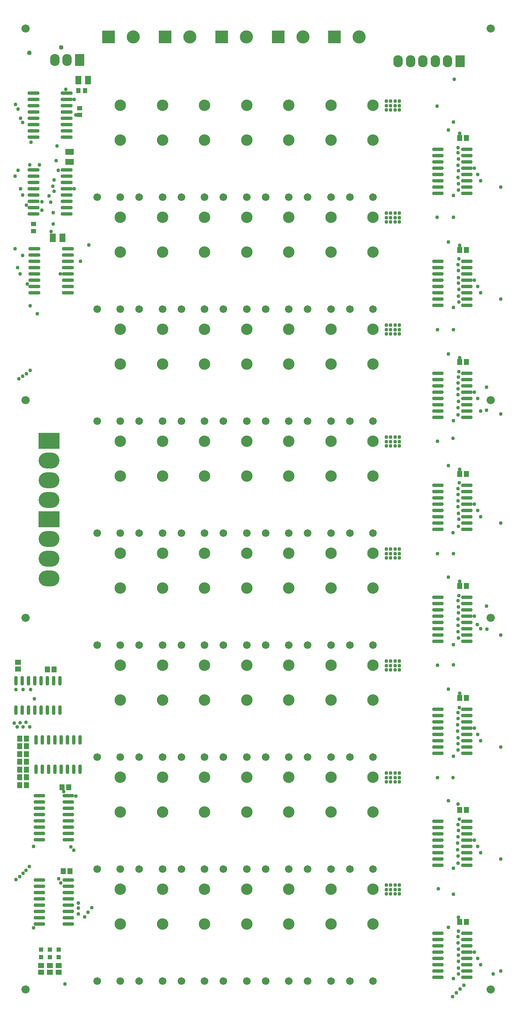
<source format=gts>
G04*
G04 #@! TF.GenerationSoftware,Altium Limited,Altium Designer,20.0.2 (26)*
G04*
G04 Layer_Color=8388736*
%FSLAX25Y25*%
%MOIN*%
G70*
G01*
G75*
%ADD17R,0.03740X0.03740*%
%ADD18R,0.04724X0.04134*%
%ADD19R,0.04134X0.04724*%
%ADD20O,0.02953X0.07669*%
%ADD21R,0.04528X0.06693*%
%ADD22R,0.03740X0.04134*%
%ADD23R,0.04134X0.03740*%
%ADD24O,0.09646X0.02953*%
%ADD25R,0.06693X0.04528*%
%ADD26O,0.09252X0.02953*%
%ADD27R,0.04134X0.04528*%
%ADD28O,0.16591X0.12591*%
%ADD29R,0.16591X0.12591*%
%ADD30C,0.06591*%
%ADD31C,0.06091*%
%ADD32C,0.09091*%
%ADD33O,0.07591X0.09591*%
%ADD34R,0.07591X0.09591*%
%ADD35C,0.10433*%
%ADD36R,0.10433X0.10433*%
%ADD37C,0.02953*%
%ADD38C,0.03740*%
D17*
X12500Y-737953D02*
D03*
Y-732047D02*
D03*
X19500Y-738000D02*
D03*
Y-732094D02*
D03*
X26500Y-737953D02*
D03*
Y-732047D02*
D03*
D18*
Y-750000D02*
D03*
Y-744685D02*
D03*
X19500Y-750157D02*
D03*
Y-744842D02*
D03*
X12500Y-750157D02*
D03*
Y-744842D02*
D03*
X-6000Y-509000D02*
D03*
Y-503685D02*
D03*
D19*
X17343Y-509500D02*
D03*
X22658D02*
D03*
X658Y-564333D02*
D03*
X-4657D02*
D03*
X658Y-570500D02*
D03*
X-4657D02*
D03*
X658Y-576667D02*
D03*
X-4657D02*
D03*
X658Y-582833D02*
D03*
X-4657D02*
D03*
X658Y-589000D02*
D03*
X-4657D02*
D03*
X658Y-595167D02*
D03*
X-4657D02*
D03*
X658Y-601333D02*
D03*
X-4657D02*
D03*
D20*
X-7500Y-541700D02*
D03*
X-2500D02*
D03*
X2500D02*
D03*
X7500D02*
D03*
X12500D02*
D03*
X17500D02*
D03*
X22500D02*
D03*
X27500D02*
D03*
X-7500Y-518300D02*
D03*
X-2500D02*
D03*
X2500D02*
D03*
X7500D02*
D03*
X12500D02*
D03*
X17500D02*
D03*
X22500D02*
D03*
X27500D02*
D03*
X8500Y-588700D02*
D03*
X13500D02*
D03*
X18500D02*
D03*
X23500D02*
D03*
X28500D02*
D03*
X33500D02*
D03*
X38500D02*
D03*
X43500D02*
D03*
X8500Y-565300D02*
D03*
X13500D02*
D03*
X18500D02*
D03*
X23500D02*
D03*
X28500D02*
D03*
X33500D02*
D03*
X38500D02*
D03*
X43500D02*
D03*
D21*
X49874Y-41000D02*
D03*
X42000D02*
D03*
X21626Y-166500D02*
D03*
X29500D02*
D03*
D22*
X47511Y-49500D02*
D03*
X42000D02*
D03*
D23*
X43000Y-63244D02*
D03*
Y-68755D02*
D03*
X6500Y-155500D02*
D03*
Y-161011D02*
D03*
D24*
X7260Y-175008D02*
D03*
Y-180008D02*
D03*
Y-185008D02*
D03*
Y-190008D02*
D03*
Y-195008D02*
D03*
Y-200008D02*
D03*
Y-205008D02*
D03*
Y-210008D02*
D03*
X33638Y-175008D02*
D03*
Y-180008D02*
D03*
Y-185008D02*
D03*
Y-190008D02*
D03*
Y-195008D02*
D03*
Y-200008D02*
D03*
Y-205008D02*
D03*
Y-210008D02*
D03*
X32827Y-86508D02*
D03*
Y-81508D02*
D03*
Y-76508D02*
D03*
Y-71508D02*
D03*
Y-66508D02*
D03*
Y-61508D02*
D03*
Y-56508D02*
D03*
Y-51508D02*
D03*
X6449Y-86508D02*
D03*
Y-81508D02*
D03*
Y-76508D02*
D03*
Y-71508D02*
D03*
Y-66508D02*
D03*
Y-61508D02*
D03*
Y-56508D02*
D03*
Y-51508D02*
D03*
X32827Y-147508D02*
D03*
Y-142508D02*
D03*
Y-137508D02*
D03*
Y-132508D02*
D03*
Y-127508D02*
D03*
Y-122508D02*
D03*
Y-117508D02*
D03*
Y-112508D02*
D03*
X6449Y-147508D02*
D03*
Y-142508D02*
D03*
Y-137508D02*
D03*
Y-132508D02*
D03*
Y-127508D02*
D03*
Y-122508D02*
D03*
Y-117508D02*
D03*
Y-112508D02*
D03*
D25*
X35000Y-98063D02*
D03*
Y-105937D02*
D03*
D26*
X33976Y-644780D02*
D03*
Y-639780D02*
D03*
Y-634780D02*
D03*
Y-629780D02*
D03*
Y-624780D02*
D03*
Y-619780D02*
D03*
Y-614780D02*
D03*
Y-609780D02*
D03*
X11079Y-644780D02*
D03*
Y-639780D02*
D03*
Y-634780D02*
D03*
Y-629780D02*
D03*
Y-624780D02*
D03*
Y-619780D02*
D03*
Y-614780D02*
D03*
Y-609780D02*
D03*
X34087Y-711591D02*
D03*
Y-706591D02*
D03*
Y-701591D02*
D03*
Y-696591D02*
D03*
Y-691591D02*
D03*
Y-686591D02*
D03*
Y-681591D02*
D03*
Y-676591D02*
D03*
X11189Y-711591D02*
D03*
Y-706591D02*
D03*
Y-701591D02*
D03*
Y-696591D02*
D03*
Y-691591D02*
D03*
Y-686591D02*
D03*
Y-681591D02*
D03*
Y-676591D02*
D03*
X351138Y-754008D02*
D03*
Y-749008D02*
D03*
Y-744008D02*
D03*
Y-739008D02*
D03*
Y-734008D02*
D03*
Y-729008D02*
D03*
Y-724008D02*
D03*
Y-719008D02*
D03*
X328240Y-754008D02*
D03*
Y-749008D02*
D03*
Y-744008D02*
D03*
Y-739008D02*
D03*
Y-734008D02*
D03*
Y-729008D02*
D03*
Y-724008D02*
D03*
Y-719008D02*
D03*
X351138Y-665008D02*
D03*
Y-660008D02*
D03*
Y-655008D02*
D03*
Y-650008D02*
D03*
Y-645008D02*
D03*
Y-640008D02*
D03*
Y-635008D02*
D03*
Y-630008D02*
D03*
X328240Y-665008D02*
D03*
Y-660008D02*
D03*
Y-655008D02*
D03*
Y-650008D02*
D03*
Y-645008D02*
D03*
Y-640008D02*
D03*
Y-635008D02*
D03*
Y-630008D02*
D03*
X351138Y-576008D02*
D03*
Y-571008D02*
D03*
Y-566008D02*
D03*
Y-561008D02*
D03*
Y-556008D02*
D03*
Y-551008D02*
D03*
Y-546008D02*
D03*
Y-541008D02*
D03*
X328240Y-576008D02*
D03*
Y-571008D02*
D03*
Y-566008D02*
D03*
Y-561008D02*
D03*
Y-556008D02*
D03*
Y-551008D02*
D03*
Y-546008D02*
D03*
Y-541008D02*
D03*
X351138Y-487008D02*
D03*
Y-482008D02*
D03*
Y-477008D02*
D03*
Y-472008D02*
D03*
Y-467008D02*
D03*
Y-462008D02*
D03*
Y-457008D02*
D03*
Y-452008D02*
D03*
X328240Y-487008D02*
D03*
Y-482008D02*
D03*
Y-477008D02*
D03*
Y-472008D02*
D03*
Y-467008D02*
D03*
Y-462008D02*
D03*
Y-457008D02*
D03*
Y-452008D02*
D03*
X351138Y-398008D02*
D03*
Y-393008D02*
D03*
Y-388008D02*
D03*
Y-383008D02*
D03*
Y-378008D02*
D03*
Y-373008D02*
D03*
Y-368008D02*
D03*
Y-363008D02*
D03*
X328240Y-398008D02*
D03*
Y-393008D02*
D03*
Y-388008D02*
D03*
Y-383008D02*
D03*
Y-378008D02*
D03*
Y-373008D02*
D03*
Y-368008D02*
D03*
Y-363008D02*
D03*
X351138Y-309008D02*
D03*
Y-304008D02*
D03*
Y-299008D02*
D03*
Y-294008D02*
D03*
Y-289008D02*
D03*
Y-284008D02*
D03*
Y-279008D02*
D03*
Y-274008D02*
D03*
X328240Y-309008D02*
D03*
Y-304008D02*
D03*
Y-299008D02*
D03*
Y-294008D02*
D03*
Y-289008D02*
D03*
Y-284008D02*
D03*
Y-279008D02*
D03*
Y-274008D02*
D03*
X351138Y-220008D02*
D03*
Y-215008D02*
D03*
Y-210008D02*
D03*
Y-205008D02*
D03*
Y-200008D02*
D03*
Y-195008D02*
D03*
Y-190008D02*
D03*
Y-185008D02*
D03*
X328240Y-220008D02*
D03*
Y-215008D02*
D03*
Y-210008D02*
D03*
Y-205008D02*
D03*
Y-200008D02*
D03*
Y-195008D02*
D03*
Y-190008D02*
D03*
Y-185008D02*
D03*
X351138Y-131008D02*
D03*
Y-126008D02*
D03*
Y-121008D02*
D03*
Y-116008D02*
D03*
Y-111008D02*
D03*
Y-106008D02*
D03*
Y-101008D02*
D03*
Y-96008D02*
D03*
X328240Y-131008D02*
D03*
Y-126008D02*
D03*
Y-121008D02*
D03*
Y-116008D02*
D03*
Y-111008D02*
D03*
Y-106008D02*
D03*
Y-101008D02*
D03*
Y-96008D02*
D03*
D27*
X34295Y-603008D02*
D03*
X28980D02*
D03*
X35545Y-669758D02*
D03*
X30230D02*
D03*
X350847Y-710008D02*
D03*
X345532D02*
D03*
X350847Y-621008D02*
D03*
X345532D02*
D03*
X350847Y-532008D02*
D03*
X345532D02*
D03*
X350847Y-443008D02*
D03*
X345532D02*
D03*
X350847Y-354008D02*
D03*
X345532D02*
D03*
X350847Y-265008D02*
D03*
X345532D02*
D03*
X350847Y-176008D02*
D03*
X345532D02*
D03*
X350847Y-87008D02*
D03*
X345532D02*
D03*
D28*
X18689Y-436881D02*
D03*
Y-421281D02*
D03*
Y-405681D02*
D03*
Y-343391D02*
D03*
Y-358991D02*
D03*
Y-374591D02*
D03*
D29*
Y-390091D02*
D03*
Y-327800D02*
D03*
D30*
X0Y-0D02*
D03*
X370079Y-468504D02*
D03*
Y-295276D02*
D03*
X0D02*
D03*
Y-468504D02*
D03*
Y-763780D02*
D03*
X370079D02*
D03*
Y0D02*
D03*
D31*
X75441Y-222925D02*
D03*
X56937D02*
D03*
X257937Y-133925D02*
D03*
X276441D02*
D03*
Y-222925D02*
D03*
X257937D02*
D03*
Y-311925D02*
D03*
X276441D02*
D03*
Y-400925D02*
D03*
X257937D02*
D03*
Y-489925D02*
D03*
X276441D02*
D03*
Y-578925D02*
D03*
X257937D02*
D03*
Y-667925D02*
D03*
X276441D02*
D03*
Y-756925D02*
D03*
X257937D02*
D03*
X224437Y-133925D02*
D03*
X242941D02*
D03*
Y-222925D02*
D03*
X224437D02*
D03*
Y-311925D02*
D03*
X242941D02*
D03*
Y-400925D02*
D03*
X224437D02*
D03*
Y-489925D02*
D03*
X242941D02*
D03*
Y-578925D02*
D03*
X224437D02*
D03*
Y-667925D02*
D03*
X242941D02*
D03*
Y-756925D02*
D03*
X224437D02*
D03*
X190937Y-133925D02*
D03*
X209441D02*
D03*
Y-222925D02*
D03*
X190937D02*
D03*
Y-311925D02*
D03*
X209441D02*
D03*
Y-400925D02*
D03*
X190937D02*
D03*
Y-489925D02*
D03*
X209441D02*
D03*
Y-578925D02*
D03*
X190937D02*
D03*
Y-667925D02*
D03*
X209441D02*
D03*
Y-756925D02*
D03*
X190937D02*
D03*
X123937Y-133925D02*
D03*
X142441D02*
D03*
Y-222925D02*
D03*
X123937D02*
D03*
Y-311925D02*
D03*
X142441D02*
D03*
Y-400925D02*
D03*
X123937D02*
D03*
Y-489925D02*
D03*
X142441D02*
D03*
Y-578925D02*
D03*
X123937D02*
D03*
Y-667925D02*
D03*
X142441D02*
D03*
Y-756925D02*
D03*
X123937D02*
D03*
X157437Y-133925D02*
D03*
X175941D02*
D03*
Y-222925D02*
D03*
X157437D02*
D03*
Y-311925D02*
D03*
X175941D02*
D03*
Y-400925D02*
D03*
X157437D02*
D03*
Y-489925D02*
D03*
X175941D02*
D03*
Y-578925D02*
D03*
X157437D02*
D03*
Y-667925D02*
D03*
X175941D02*
D03*
Y-756925D02*
D03*
X157437D02*
D03*
X90437Y-133925D02*
D03*
X108941D02*
D03*
Y-222925D02*
D03*
X90437D02*
D03*
Y-311925D02*
D03*
X108941D02*
D03*
Y-400925D02*
D03*
X90437D02*
D03*
Y-489925D02*
D03*
X108941D02*
D03*
Y-578925D02*
D03*
X90437D02*
D03*
Y-667925D02*
D03*
X108941D02*
D03*
Y-756925D02*
D03*
X90437D02*
D03*
X56937Y-133925D02*
D03*
X75441D02*
D03*
X56937Y-311925D02*
D03*
X75441D02*
D03*
Y-400925D02*
D03*
X56937D02*
D03*
Y-489925D02*
D03*
X75441D02*
D03*
Y-578925D02*
D03*
X56937D02*
D03*
Y-667925D02*
D03*
X75441D02*
D03*
Y-756925D02*
D03*
X56937D02*
D03*
D32*
X75441Y-177650D02*
D03*
Y-150091D02*
D03*
X276441Y-61091D02*
D03*
Y-88650D02*
D03*
Y-177650D02*
D03*
Y-150091D02*
D03*
Y-239091D02*
D03*
Y-266650D02*
D03*
Y-355650D02*
D03*
Y-328091D02*
D03*
Y-417091D02*
D03*
Y-444650D02*
D03*
Y-533650D02*
D03*
Y-506091D02*
D03*
Y-595091D02*
D03*
Y-622650D02*
D03*
Y-711650D02*
D03*
Y-684091D02*
D03*
X242941Y-61091D02*
D03*
Y-88650D02*
D03*
Y-177650D02*
D03*
Y-150091D02*
D03*
Y-239091D02*
D03*
Y-266650D02*
D03*
Y-355650D02*
D03*
Y-328091D02*
D03*
Y-417091D02*
D03*
Y-444650D02*
D03*
Y-533650D02*
D03*
Y-506091D02*
D03*
Y-595091D02*
D03*
Y-622650D02*
D03*
Y-711650D02*
D03*
Y-684091D02*
D03*
X209441Y-61091D02*
D03*
Y-88650D02*
D03*
Y-177650D02*
D03*
Y-150091D02*
D03*
Y-239091D02*
D03*
Y-266650D02*
D03*
Y-355650D02*
D03*
Y-328091D02*
D03*
Y-417091D02*
D03*
Y-444650D02*
D03*
Y-533650D02*
D03*
Y-506091D02*
D03*
Y-595091D02*
D03*
Y-622650D02*
D03*
Y-711650D02*
D03*
Y-684091D02*
D03*
X142441Y-61091D02*
D03*
Y-88650D02*
D03*
Y-177650D02*
D03*
Y-150091D02*
D03*
Y-239091D02*
D03*
Y-266650D02*
D03*
Y-355650D02*
D03*
Y-328091D02*
D03*
Y-417091D02*
D03*
Y-444650D02*
D03*
Y-533650D02*
D03*
Y-506091D02*
D03*
Y-595091D02*
D03*
Y-622650D02*
D03*
Y-711650D02*
D03*
Y-684091D02*
D03*
X175941Y-61091D02*
D03*
Y-88650D02*
D03*
Y-177650D02*
D03*
Y-150091D02*
D03*
Y-239091D02*
D03*
Y-266650D02*
D03*
Y-355650D02*
D03*
Y-328091D02*
D03*
Y-417091D02*
D03*
Y-444650D02*
D03*
Y-533650D02*
D03*
Y-506091D02*
D03*
Y-595091D02*
D03*
Y-622650D02*
D03*
Y-711650D02*
D03*
Y-684091D02*
D03*
X108941Y-61091D02*
D03*
Y-88650D02*
D03*
Y-177650D02*
D03*
Y-150091D02*
D03*
Y-239091D02*
D03*
Y-266650D02*
D03*
Y-355650D02*
D03*
Y-328091D02*
D03*
Y-417091D02*
D03*
Y-444650D02*
D03*
Y-533650D02*
D03*
Y-506091D02*
D03*
Y-595091D02*
D03*
Y-622650D02*
D03*
Y-711650D02*
D03*
Y-684091D02*
D03*
X75441Y-61091D02*
D03*
Y-88650D02*
D03*
Y-239091D02*
D03*
Y-266650D02*
D03*
Y-355650D02*
D03*
Y-328091D02*
D03*
Y-417091D02*
D03*
Y-444650D02*
D03*
Y-533650D02*
D03*
Y-506091D02*
D03*
Y-595091D02*
D03*
Y-622650D02*
D03*
Y-711650D02*
D03*
Y-684091D02*
D03*
D33*
X23347Y-25091D02*
D03*
X33189D02*
D03*
X335874Y-26091D02*
D03*
X326031D02*
D03*
X316189D02*
D03*
X306347D02*
D03*
X296504D02*
D03*
D34*
X43031Y-25091D02*
D03*
X345717Y-26091D02*
D03*
D35*
X85689Y-6591D02*
D03*
X130689D02*
D03*
X175689D02*
D03*
X220689D02*
D03*
X265374D02*
D03*
D36*
X66004D02*
D03*
X111004D02*
D03*
X156004D02*
D03*
X201004D02*
D03*
X245689D02*
D03*
D37*
X31500Y-759500D02*
D03*
X24500Y-105000D02*
D03*
X11000Y-108354D02*
D03*
X500Y-551500D02*
D03*
X-7526Y-676500D02*
D03*
X3500Y-555000D02*
D03*
X-2000D02*
D03*
X-4181Y-551710D02*
D03*
X-6500Y-555000D02*
D03*
X-9000Y-552000D02*
D03*
X3000Y-666000D02*
D03*
X28100Y-679000D02*
D03*
X26400Y-675600D02*
D03*
X7000Y-532842D02*
D03*
X4000Y-525500D02*
D03*
X-2000D02*
D03*
X-7500D02*
D03*
X500Y-669000D02*
D03*
X-2000Y-671500D02*
D03*
X-4500Y-674000D02*
D03*
X40000Y-610000D02*
D03*
X30500Y-606500D02*
D03*
X36000Y-650500D02*
D03*
X38500Y-653000D02*
D03*
X40159Y-68711D02*
D03*
X13000Y-144500D02*
D03*
X20500Y-161500D02*
D03*
X22205Y-155506D02*
D03*
X9500Y-226570D02*
D03*
X25000Y-93500D02*
D03*
X3500Y-108354D02*
D03*
X1400Y-203000D02*
D03*
X900Y-140500D02*
D03*
X26100Y-112600D02*
D03*
X4441Y-90280D02*
D03*
X6600Y-714600D02*
D03*
X6400Y-650000D02*
D03*
X340400Y-74400D02*
D03*
X327600Y-61700D02*
D03*
X336400Y-80700D02*
D03*
X345500Y-83300D02*
D03*
X340300Y-132800D02*
D03*
X340500Y-150100D02*
D03*
X327600Y-150000D02*
D03*
X336400Y-169700D02*
D03*
X345500Y-172300D02*
D03*
X340300Y-221600D02*
D03*
Y-239300D02*
D03*
X327700Y-239200D02*
D03*
X336400Y-258800D02*
D03*
X345400Y-261700D02*
D03*
X340300Y-311700D02*
D03*
X340200Y-325800D02*
D03*
X327700Y-328000D02*
D03*
X336400Y-347400D02*
D03*
X345400Y-350500D02*
D03*
X344000Y-365600D02*
D03*
X345146Y-360954D02*
D03*
X340200Y-400700D02*
D03*
X340300Y-688000D02*
D03*
Y-417400D02*
D03*
X327700Y-417300D02*
D03*
X336500Y-435900D02*
D03*
X345400Y-439400D02*
D03*
X340300Y-505800D02*
D03*
X327700Y-506000D02*
D03*
X340100Y-595200D02*
D03*
X327700Y-595300D02*
D03*
X340300Y-489600D02*
D03*
X336400Y-525000D02*
D03*
X345300Y-528400D02*
D03*
X340300Y-578500D02*
D03*
X357138Y-645008D02*
D03*
X359638Y-561008D02*
D03*
X362138Y-566008D02*
D03*
Y-388008D02*
D03*
X359638Y-650008D02*
D03*
X362138Y-655008D02*
D03*
X297579Y-680780D02*
D03*
X336400Y-613600D02*
D03*
X344000Y-616500D02*
D03*
X340300Y-667400D02*
D03*
X328600Y-683800D02*
D03*
X344300Y-706400D02*
D03*
X340300Y-755100D02*
D03*
X336400Y-714200D02*
D03*
X344200Y-721700D02*
D03*
X344500Y-751500D02*
D03*
X344400Y-746700D02*
D03*
X344300Y-741200D02*
D03*
X344400Y-736500D02*
D03*
X344300Y-731700D02*
D03*
X344000Y-726600D02*
D03*
X344500Y-717200D02*
D03*
X344100Y-663300D02*
D03*
Y-657600D02*
D03*
X343900Y-652600D02*
D03*
Y-647400D02*
D03*
X344000Y-642300D02*
D03*
X344400Y-637500D02*
D03*
X344200Y-632700D02*
D03*
X345200Y-628300D02*
D03*
X344000Y-573200D02*
D03*
X344100Y-568400D02*
D03*
X344000Y-563600D02*
D03*
X343900Y-558300D02*
D03*
Y-553300D02*
D03*
X344000Y-548500D02*
D03*
X344100Y-543600D02*
D03*
X344946Y-539554D02*
D03*
X344500Y-484500D02*
D03*
X344000Y-479500D02*
D03*
Y-474400D02*
D03*
X344100Y-469300D02*
D03*
X344300Y-464500D02*
D03*
Y-459700D02*
D03*
X344200Y-454800D02*
D03*
X344900Y-450600D02*
D03*
X344400Y-395800D02*
D03*
X344700Y-390000D02*
D03*
X344600Y-385400D02*
D03*
X344000Y-380100D02*
D03*
X344100Y-375400D02*
D03*
X344000Y-370300D02*
D03*
Y-306900D02*
D03*
X344200Y-301400D02*
D03*
X344300Y-296200D02*
D03*
X344100Y-291100D02*
D03*
X344000Y-286500D02*
D03*
X344100Y-281700D02*
D03*
X344400Y-276900D02*
D03*
X344746Y-272654D02*
D03*
X344800Y-217400D02*
D03*
X344500Y-212800D02*
D03*
X344800Y-207200D02*
D03*
X344600Y-202200D02*
D03*
Y-197900D02*
D03*
X344400Y-192400D02*
D03*
X344100Y-187600D02*
D03*
X344700Y-183100D02*
D03*
X344600Y-128200D02*
D03*
Y-123400D02*
D03*
X344200Y-118300D02*
D03*
X344500Y-113100D02*
D03*
X344100Y-94600D02*
D03*
Y-98600D02*
D03*
X344300Y-103700D02*
D03*
X344100Y-108600D02*
D03*
X50438Y-172008D02*
D03*
X13138Y-137708D02*
D03*
X22238Y-146208D02*
D03*
X3638Y-220208D02*
D03*
X18638Y-133008D02*
D03*
X27638Y-195008D02*
D03*
X-4362D02*
D03*
X-6081Y-190008D02*
D03*
X-2181Y-132508D02*
D03*
Y-180508D02*
D03*
X-8362Y-117508D02*
D03*
Y-175008D02*
D03*
X-3862Y-127508D02*
D03*
Y-71508D02*
D03*
X-6062Y-112808D02*
D03*
X3888Y-271758D02*
D03*
X888Y-274258D02*
D03*
X-5112Y-278508D02*
D03*
X-2112Y-276508D02*
D03*
Y-74758D02*
D03*
X-5862Y-64008D02*
D03*
X-7862Y-60508D02*
D03*
X20138Y-138008D02*
D03*
X22638Y-120508D02*
D03*
X21638Y-125508D02*
D03*
X22638Y-129508D02*
D03*
X32138Y-48508D02*
D03*
X43638Y-185008D02*
D03*
X38638Y-127508D02*
D03*
Y-56508D02*
D03*
X339638Y-769508D02*
D03*
X342638Y-766508D02*
D03*
X345638Y-763508D02*
D03*
X348638Y-760508D02*
D03*
X366638Y-285008D02*
D03*
Y-303508D02*
D03*
X362138Y-744008D02*
D03*
Y-304008D02*
D03*
X359638Y-294008D02*
D03*
X357138Y-289008D02*
D03*
X378138Y-306508D02*
D03*
X366638Y-459008D02*
D03*
X367138Y-477508D02*
D03*
X341138Y-40508D02*
D03*
X359419Y-473783D02*
D03*
X372138Y-751508D02*
D03*
X47138Y-706008D02*
D03*
X42138Y-703758D02*
D03*
X49638Y-702258D02*
D03*
X42138Y-699008D02*
D03*
X52888Y-698758D02*
D03*
X42138Y-695008D02*
D03*
X378138Y-126008D02*
D03*
Y-215008D02*
D03*
Y-393008D02*
D03*
Y-482008D02*
D03*
Y-571008D02*
D03*
Y-660008D02*
D03*
Y-749008D02*
D03*
X362138Y-121008D02*
D03*
Y-210008D02*
D03*
Y-477008D02*
D03*
X359638Y-383008D02*
D03*
Y-205008D02*
D03*
Y-116008D02*
D03*
X357138Y-556008D02*
D03*
X359638Y-739008D02*
D03*
X357138Y-734008D02*
D03*
Y-378008D02*
D03*
Y-200008D02*
D03*
Y-111008D02*
D03*
Y-467008D02*
D03*
X287079Y-687780D02*
D03*
X290579D02*
D03*
X294079D02*
D03*
X297579D02*
D03*
Y-684280D02*
D03*
X294079D02*
D03*
X290579D02*
D03*
X287079D02*
D03*
X294079Y-680780D02*
D03*
X290579D02*
D03*
X287079D02*
D03*
Y-598780D02*
D03*
X290579D02*
D03*
X294079D02*
D03*
X297579D02*
D03*
Y-595280D02*
D03*
X294079D02*
D03*
X290579D02*
D03*
X287079D02*
D03*
X297579Y-591780D02*
D03*
X294079D02*
D03*
X290579D02*
D03*
X287079D02*
D03*
Y-509780D02*
D03*
X290579D02*
D03*
X294079D02*
D03*
X297579D02*
D03*
Y-506280D02*
D03*
X294079D02*
D03*
X290579D02*
D03*
X287079D02*
D03*
X297579Y-502780D02*
D03*
X294079D02*
D03*
X290579D02*
D03*
X287079D02*
D03*
Y-420780D02*
D03*
X290579D02*
D03*
X294079D02*
D03*
X297579D02*
D03*
Y-417280D02*
D03*
X294079D02*
D03*
X290579D02*
D03*
X287079D02*
D03*
X297579Y-413780D02*
D03*
X294079D02*
D03*
X290579D02*
D03*
X287079D02*
D03*
Y-331780D02*
D03*
X290579D02*
D03*
X294079D02*
D03*
X297579D02*
D03*
Y-328280D02*
D03*
X294079D02*
D03*
X290579D02*
D03*
X287079D02*
D03*
X297579Y-324780D02*
D03*
X294079D02*
D03*
X290579D02*
D03*
X287079D02*
D03*
Y-242780D02*
D03*
X290579D02*
D03*
X294079D02*
D03*
X297579D02*
D03*
Y-239280D02*
D03*
X294079D02*
D03*
X290579D02*
D03*
X287079D02*
D03*
X297579Y-235780D02*
D03*
X294079D02*
D03*
X290579D02*
D03*
X287079D02*
D03*
Y-64780D02*
D03*
X290579D02*
D03*
X294079D02*
D03*
X297579D02*
D03*
Y-61280D02*
D03*
X294079D02*
D03*
X290579D02*
D03*
X287079D02*
D03*
X297579Y-57780D02*
D03*
X294079D02*
D03*
X290579D02*
D03*
X287079D02*
D03*
Y-146780D02*
D03*
X290579D02*
D03*
X294079D02*
D03*
X297579D02*
D03*
X287079Y-150280D02*
D03*
X290579D02*
D03*
X294079D02*
D03*
X297579D02*
D03*
Y-153780D02*
D03*
X294079D02*
D03*
X290579D02*
D03*
X287079D02*
D03*
D38*
X28500Y-15000D02*
D03*
X3200Y-19500D02*
D03*
M02*

</source>
